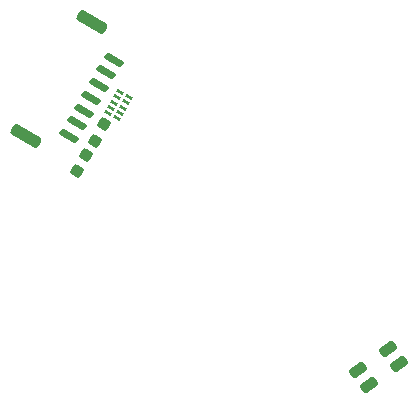
<source format=gbr>
%TF.GenerationSoftware,KiCad,Pcbnew,7.0.6*%
%TF.CreationDate,2024-04-30T01:46:30+02:00*%
%TF.ProjectId,amulet_encoder,616d756c-6574-45f6-956e-636f6465722e,1.0*%
%TF.SameCoordinates,PX7829b80PY6b49d20*%
%TF.FileFunction,Paste,Bot*%
%TF.FilePolarity,Positive*%
%FSLAX46Y46*%
G04 Gerber Fmt 4.6, Leading zero omitted, Abs format (unit mm)*
G04 Created by KiCad (PCBNEW 7.0.6) date 2024-04-30 01:46:30*
%MOMM*%
%LPD*%
G01*
G04 APERTURE LIST*
G04 Aperture macros list*
%AMRoundRect*
0 Rectangle with rounded corners*
0 $1 Rounding radius*
0 $2 $3 $4 $5 $6 $7 $8 $9 X,Y pos of 4 corners*
0 Add a 4 corners polygon primitive as box body*
4,1,4,$2,$3,$4,$5,$6,$7,$8,$9,$2,$3,0*
0 Add four circle primitives for the rounded corners*
1,1,$1+$1,$2,$3*
1,1,$1+$1,$4,$5*
1,1,$1+$1,$6,$7*
1,1,$1+$1,$8,$9*
0 Add four rect primitives between the rounded corners*
20,1,$1+$1,$2,$3,$4,$5,0*
20,1,$1+$1,$4,$5,$6,$7,0*
20,1,$1+$1,$6,$7,$8,$9,0*
20,1,$1+$1,$8,$9,$2,$3,0*%
%AMRotRect*
0 Rectangle, with rotation*
0 The origin of the aperture is its center*
0 $1 length*
0 $2 width*
0 $3 Rotation angle, in degrees counterclockwise*
0 Add horizontal line*
21,1,$1,$2,0,0,$3*%
G04 Aperture macros list end*
%ADD10RoundRect,0.250000X0.827628X-0.766506X1.077628X-0.333494X-0.827628X0.766506X-1.077628X0.333494X0*%
%ADD11RoundRect,0.150000X0.531218X-0.479904X0.681218X-0.220096X-0.531218X0.479904X-0.681218X0.220096X0*%
%ADD12RotRect,0.250000X0.600000X240.000000*%
%ADD13RoundRect,0.237500X-0.108582X0.336931X-0.346082X-0.074431X0.108582X-0.336931X0.346082X0.074431X0*%
%ADD14RoundRect,0.225000X-0.559110X-0.116818X-0.301000X-0.485437X0.559110X0.116818X0.301000X0.485437X0*%
%ADD15RoundRect,0.237500X0.108582X-0.336931X0.346082X0.074431X-0.108582X0.336931X-0.346082X-0.074431X0*%
G04 APERTURE END LIST*
D10*
%TO.C,J1*%
X8542409Y37024742D03*
X2942409Y27325258D03*
D11*
X10388690Y33822595D03*
X9763690Y32740064D03*
X9138690Y31657532D03*
X8513690Y30575000D03*
X7888690Y29492468D03*
X7263690Y28409936D03*
X6638690Y27327405D03*
%TD*%
D12*
%TO.C,D1*%
X11685625Y30615992D03*
X11435625Y30182980D03*
X11185625Y29749967D03*
X10935625Y29316954D03*
X10685625Y28883942D03*
X9949503Y29308942D03*
X10199503Y29741954D03*
X10449503Y30174967D03*
X10699503Y30607980D03*
X10949503Y31040992D03*
%TD*%
D13*
%TO.C,C1*%
X7289042Y24353848D03*
X8089042Y25739488D03*
%TD*%
D14*
%TO.C,D2*%
X34523166Y8041169D03*
X31983795Y6263082D03*
X33662801Y9269898D03*
X31123430Y7491811D03*
%TD*%
D15*
%TO.C,C2*%
X9589042Y28337566D03*
X8789042Y26951926D03*
%TD*%
M02*

</source>
